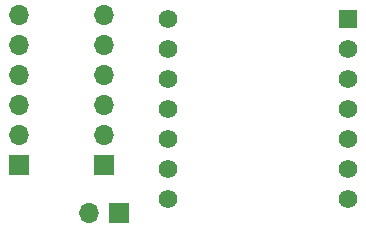
<source format=gbr>
%TF.GenerationSoftware,KiCad,Pcbnew,8.0.4-8.0.4-0~ubuntu22.04.1*%
%TF.CreationDate,2024-07-26T18:01:14+09:00*%
%TF.ProjectId,ESP32C3XIAO_mother,45535033-3243-4335-9849-414f5f6d6f74,rev?*%
%TF.SameCoordinates,Original*%
%TF.FileFunction,Soldermask,Top*%
%TF.FilePolarity,Negative*%
%FSLAX46Y46*%
G04 Gerber Fmt 4.6, Leading zero omitted, Abs format (unit mm)*
G04 Created by KiCad (PCBNEW 8.0.4-8.0.4-0~ubuntu22.04.1) date 2024-07-26 18:01:14*
%MOMM*%
%LPD*%
G01*
G04 APERTURE LIST*
G04 Aperture macros list*
%AMRoundRect*
0 Rectangle with rounded corners*
0 $1 Rounding radius*
0 $2 $3 $4 $5 $6 $7 $8 $9 X,Y pos of 4 corners*
0 Add a 4 corners polygon primitive as box body*
4,1,4,$2,$3,$4,$5,$6,$7,$8,$9,$2,$3,0*
0 Add four circle primitives for the rounded corners*
1,1,$1+$1,$2,$3*
1,1,$1+$1,$4,$5*
1,1,$1+$1,$6,$7*
1,1,$1+$1,$8,$9*
0 Add four rect primitives between the rounded corners*
20,1,$1+$1,$2,$3,$4,$5,0*
20,1,$1+$1,$4,$5,$6,$7,0*
20,1,$1+$1,$6,$7,$8,$9,0*
20,1,$1+$1,$8,$9,$2,$3,0*%
G04 Aperture macros list end*
%ADD10RoundRect,0.102000X0.679000X0.679000X-0.679000X0.679000X-0.679000X-0.679000X0.679000X-0.679000X0*%
%ADD11C,1.562000*%
%ADD12O,1.700000X1.700000*%
%ADD13R,1.700000X1.700000*%
G04 APERTURE END LIST*
D10*
%TO.C,U1*%
X146635000Y-72991000D03*
D11*
X146635000Y-75531000D03*
X146635000Y-78071000D03*
X146635000Y-80611000D03*
X146635000Y-83151000D03*
X146635000Y-85691000D03*
X146635000Y-88231000D03*
X131395000Y-88231000D03*
X131395000Y-85691000D03*
X131395000Y-83151000D03*
X131395000Y-80611000D03*
X131395000Y-78071000D03*
X131395000Y-75531000D03*
X131395000Y-72991000D03*
%TD*%
D12*
%TO.C,J3*%
X118750000Y-72710000D03*
X118750000Y-75250000D03*
X118750000Y-77790000D03*
X118750000Y-80330000D03*
X118750000Y-82870000D03*
D13*
X118750000Y-85410000D03*
%TD*%
%TO.C,J2*%
X126000000Y-85410000D03*
D12*
X126000000Y-82870000D03*
X126000000Y-80330000D03*
X126000000Y-77790000D03*
X126000000Y-75250000D03*
X126000000Y-72710000D03*
%TD*%
D13*
%TO.C,J1*%
X127250000Y-89500000D03*
D12*
X124710000Y-89500000D03*
%TD*%
M02*

</source>
